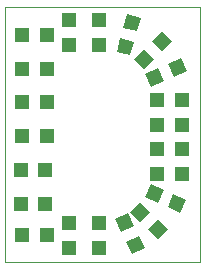
<source format=gtp>
G75*
%MOIN*%
%OFA0B0*%
%FSLAX24Y24*%
%IPPOS*%
%LPD*%
%AMOC8*
5,1,8,0,0,1.08239X$1,22.5*
%
%ADD10C,0.0000*%
%ADD11R,0.0472X0.0472*%
%ADD12R,0.0472X0.0472*%
D10*
X002392Y002517D02*
X002392Y011017D01*
X008892Y011017D01*
X008892Y002517D01*
X002392Y002517D01*
D11*
X002978Y003392D03*
X003805Y003392D03*
X004517Y003805D03*
X004517Y002978D03*
X005517Y002978D03*
X005517Y003805D03*
X003743Y004454D03*
X002916Y004454D03*
X002916Y005579D03*
X003743Y005579D03*
X003805Y006704D03*
X002978Y006704D03*
X002978Y007829D03*
X003805Y007829D03*
X003805Y008954D03*
X002978Y008954D03*
X002978Y010079D03*
X003805Y010079D03*
X004517Y009728D03*
X004517Y010555D03*
X005517Y010555D03*
X005517Y009728D03*
X007478Y007892D03*
X007478Y007079D03*
X007478Y006267D03*
X007478Y005454D03*
X008305Y005454D03*
X008305Y006267D03*
X008305Y007079D03*
X008305Y007892D03*
D12*
G36*
X007278Y008329D02*
X007079Y008756D01*
X007506Y008955D01*
X007705Y008528D01*
X007278Y008329D01*
G37*
G36*
X007037Y008954D02*
X006704Y009287D01*
X007037Y009620D01*
X007370Y009287D01*
X007037Y008954D01*
G37*
G36*
X006576Y009391D02*
X006121Y009514D01*
X006244Y009969D01*
X006699Y009846D01*
X006576Y009391D01*
G37*
G36*
X006790Y010189D02*
X006335Y010312D01*
X006458Y010767D01*
X006913Y010644D01*
X006790Y010189D01*
G37*
G36*
X007621Y009538D02*
X007288Y009871D01*
X007621Y010204D01*
X007954Y009871D01*
X007621Y009538D01*
G37*
G36*
X008027Y008678D02*
X007828Y009105D01*
X008255Y009304D01*
X008454Y008877D01*
X008027Y008678D01*
G37*
G36*
X007063Y004677D02*
X007262Y005104D01*
X007689Y004905D01*
X007490Y004478D01*
X007063Y004677D01*
G37*
G36*
X006579Y004184D02*
X006912Y004517D01*
X007245Y004184D01*
X006912Y003851D01*
X006579Y004184D01*
G37*
G36*
X006072Y003935D02*
X006499Y004134D01*
X006698Y003707D01*
X006271Y003508D01*
X006072Y003935D01*
G37*
G36*
X006421Y003186D02*
X006848Y003385D01*
X007047Y002958D01*
X006620Y002759D01*
X006421Y003186D01*
G37*
G36*
X007163Y003599D02*
X007496Y003932D01*
X007829Y003599D01*
X007496Y003266D01*
X007163Y003599D01*
G37*
G36*
X007813Y004328D02*
X008012Y004755D01*
X008439Y004556D01*
X008240Y004129D01*
X007813Y004328D01*
G37*
M02*

</source>
